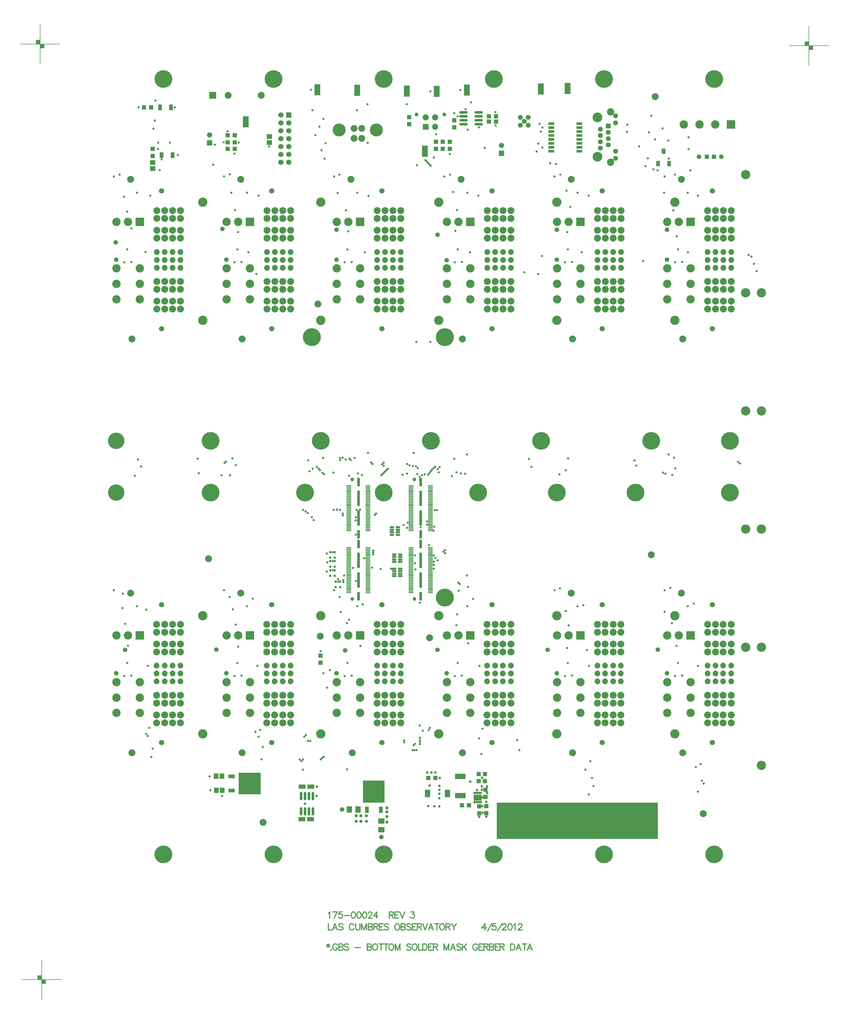
<source format=gbs>
%FSLAX23Y23*%
%MOIN*%
G70*
G01*
G75*
G04 Layer_Color=16711935*
%ADD10R,0.035X0.037*%
%ADD11R,0.035X0.037*%
%ADD12O,0.079X0.024*%
%ADD13R,0.036X0.028*%
%ADD14R,0.036X0.036*%
%ADD15R,0.050X0.050*%
%ADD16O,0.028X0.098*%
%ADD17R,0.126X0.071*%
%ADD18R,0.050X0.050*%
%ADD19C,0.010*%
%ADD20C,0.050*%
%ADD21C,0.008*%
%ADD22C,0.005*%
%ADD23C,0.012*%
%ADD24C,0.006*%
%ADD25C,0.012*%
%ADD26C,0.012*%
%ADD27C,0.020*%
%ADD28R,0.079X0.079*%
%ADD29C,0.079*%
%ADD30C,0.157*%
%ADD31C,0.039*%
%ADD32C,0.220*%
%ADD33C,0.085*%
%ADD34C,0.055*%
%ADD35C,0.116*%
%ADD36R,0.055X0.055*%
%ADD37R,0.098X0.098*%
%ADD38C,0.098*%
%ADD39C,0.059*%
%ADD40C,0.080*%
%ADD41C,0.065*%
%ADD42C,0.055*%
%ADD43R,0.098X0.098*%
%ADD44R,0.059X0.059*%
%ADD45R,0.070X0.070*%
%ADD46C,0.070*%
%ADD47C,0.040*%
%ADD48C,0.110*%
%ADD49C,0.217*%
%ADD50C,0.200*%
%ADD51C,0.026*%
%ADD52C,0.050*%
%ADD53C,0.024*%
%ADD54C,0.032*%
%ADD55C,0.025*%
%ADD56C,0.040*%
%ADD57C,0.087*%
%ADD58C,0.076*%
%ADD59C,0.131*%
%ADD60C,0.080*%
%ADD61C,0.206*%
%ADD62C,0.102*%
%ADD63C,0.075*%
%ADD64C,0.168*%
%ADD65C,0.091*%
%ADD66C,0.138*%
%ADD67C,0.092*%
G04:AMPARAMS|DCode=68|XSize=100mil|YSize=100mil|CornerRadius=0mil|HoleSize=0mil|Usage=FLASHONLY|Rotation=0.000|XOffset=0mil|YOffset=0mil|HoleType=Round|Shape=Relief|Width=10mil|Gap=10mil|Entries=4|*
%AMTHD68*
7,0,0,0.100,0.080,0.010,45*
%
%ADD68THD68*%
%ADD69C,0.073*%
%ADD70C,0.099*%
%ADD71C,0.075*%
%ADD72C,0.168*%
G04:AMPARAMS|DCode=73|XSize=70mil|YSize=70mil|CornerRadius=0mil|HoleSize=0mil|Usage=FLASHONLY|Rotation=0.000|XOffset=0mil|YOffset=0mil|HoleType=Round|Shape=Relief|Width=10mil|Gap=10mil|Entries=4|*
%AMTHD73*
7,0,0,0.070,0.050,0.010,45*
%
%ADD73THD73*%
%ADD74C,0.053*%
%ADD75C,0.068*%
%ADD76C,0.060*%
G04:AMPARAMS|DCode=77|XSize=107.244mil|YSize=107.244mil|CornerRadius=0mil|HoleSize=0mil|Usage=FLASHONLY|Rotation=0.000|XOffset=0mil|YOffset=0mil|HoleType=Round|Shape=Relief|Width=30mil|Gap=10mil|Entries=4|*
%AMTHD77*
7,0,0,0.107,0.087,0.030,45*
%
%ADD77THD77*%
G04:AMPARAMS|DCode=78|XSize=111.181mil|YSize=111.181mil|CornerRadius=0mil|HoleSize=0mil|Usage=FLASHONLY|Rotation=0.000|XOffset=0mil|YOffset=0mil|HoleType=Round|Shape=Relief|Width=30mil|Gap=10mil|Entries=4|*
%AMTHD78*
7,0,0,0.111,0.091,0.030,45*
%
%ADD78THD78*%
G04:AMPARAMS|DCode=79|XSize=112mil|YSize=112mil|CornerRadius=0mil|HoleSize=0mil|Usage=FLASHONLY|Rotation=0.000|XOffset=0mil|YOffset=0mil|HoleType=Round|Shape=Relief|Width=30mil|Gap=10mil|Entries=4|*
%AMTHD79*
7,0,0,0.112,0.092,0.030,45*
%
%ADD79THD79*%
G04:AMPARAMS|DCode=80|XSize=119.055mil|YSize=119.055mil|CornerRadius=0mil|HoleSize=0mil|Usage=FLASHONLY|Rotation=0.000|XOffset=0mil|YOffset=0mil|HoleType=Round|Shape=Relief|Width=30mil|Gap=10mil|Entries=4|*
%AMTHD80*
7,0,0,0.119,0.099,0.030,45*
%
%ADD80THD80*%
G04:AMPARAMS|DCode=81|XSize=100mil|YSize=100mil|CornerRadius=0mil|HoleSize=0mil|Usage=FLASHONLY|Rotation=0.000|XOffset=0mil|YOffset=0mil|HoleType=Round|Shape=Relief|Width=30mil|Gap=10mil|Entries=4|*
%AMTHD81*
7,0,0,0.100,0.080,0.030,45*
%
%ADD81THD81*%
G04:AMPARAMS|DCode=82|XSize=130mil|YSize=130mil|CornerRadius=0mil|HoleSize=0mil|Usage=FLASHONLY|Rotation=0.000|XOffset=0mil|YOffset=0mil|HoleType=Round|Shape=Relief|Width=30mil|Gap=10mil|Entries=4|*
%AMTHD82*
7,0,0,0.130,0.110,0.030,45*
%
%ADD82THD82*%
G04:AMPARAMS|DCode=83|XSize=88mil|YSize=88mil|CornerRadius=0mil|HoleSize=0mil|Usage=FLASHONLY|Rotation=0.000|XOffset=0mil|YOffset=0mil|HoleType=Round|Shape=Relief|Width=30mil|Gap=10mil|Entries=4|*
%AMTHD83*
7,0,0,0.088,0.068,0.030,45*
%
%ADD83THD83*%
G04:AMPARAMS|DCode=84|XSize=70mil|YSize=70mil|CornerRadius=0mil|HoleSize=0mil|Usage=FLASHONLY|Rotation=0.000|XOffset=0mil|YOffset=0mil|HoleType=Round|Shape=Relief|Width=30mil|Gap=10mil|Entries=4|*
%AMTHD84*
7,0,0,0.070,0.050,0.030,45*
%
%ADD84THD84*%
G04:AMPARAMS|DCode=85|XSize=80mil|YSize=80mil|CornerRadius=0mil|HoleSize=0mil|Usage=FLASHONLY|Rotation=0.000|XOffset=0mil|YOffset=0mil|HoleType=Round|Shape=Relief|Width=30mil|Gap=10mil|Entries=4|*
%AMTHD85*
7,0,0,0.080,0.060,0.030,45*
%
%ADD85THD85*%
G04:AMPARAMS|DCode=86|XSize=80mil|YSize=80mil|CornerRadius=0mil|HoleSize=0mil|Usage=FLASHONLY|Rotation=0.000|XOffset=0mil|YOffset=0mil|HoleType=Round|Shape=Relief|Width=10mil|Gap=10mil|Entries=4|*
%AMTHD86*
7,0,0,0.080,0.060,0.010,45*
%
%ADD86THD86*%
G04:AMPARAMS|DCode=87|XSize=96.221mil|YSize=96.221mil|CornerRadius=0mil|HoleSize=0mil|Usage=FLASHONLY|Rotation=0.000|XOffset=0mil|YOffset=0mil|HoleType=Round|Shape=Relief|Width=10mil|Gap=10mil|Entries=4|*
%AMTHD87*
7,0,0,0.096,0.076,0.010,45*
%
%ADD87THD87*%
G04:AMPARAMS|DCode=88|XSize=150.551mil|YSize=150.551mil|CornerRadius=0mil|HoleSize=0mil|Usage=FLASHONLY|Rotation=0.000|XOffset=0mil|YOffset=0mil|HoleType=Round|Shape=Relief|Width=10mil|Gap=10mil|Entries=4|*
%AMTHD88*
7,0,0,0.151,0.131,0.010,45*
%
%ADD88THD88*%
G04:AMPARAMS|DCode=89|XSize=122mil|YSize=122mil|CornerRadius=0mil|HoleSize=0mil|Usage=FLASHONLY|Rotation=0.000|XOffset=0mil|YOffset=0mil|HoleType=Round|Shape=Relief|Width=10mil|Gap=10mil|Entries=4|*
%AMTHD89*
7,0,0,0.122,0.102,0.010,45*
%
%ADD89THD89*%
G04:AMPARAMS|DCode=90|XSize=95mil|YSize=95mil|CornerRadius=0mil|HoleSize=0mil|Usage=FLASHONLY|Rotation=0.000|XOffset=0mil|YOffset=0mil|HoleType=Round|Shape=Relief|Width=10mil|Gap=10mil|Entries=4|*
%AMTHD90*
7,0,0,0.095,0.075,0.010,45*
%
%ADD90THD90*%
G04:AMPARAMS|DCode=91|XSize=112mil|YSize=112mil|CornerRadius=0mil|HoleSize=0mil|Usage=FLASHONLY|Rotation=0.000|XOffset=0mil|YOffset=0mil|HoleType=Round|Shape=Relief|Width=10mil|Gap=10mil|Entries=4|*
%AMTHD91*
7,0,0,0.112,0.092,0.010,45*
%
%ADD91THD91*%
G04:AMPARAMS|DCode=92|XSize=93.465mil|YSize=93.465mil|CornerRadius=0mil|HoleSize=0mil|Usage=FLASHONLY|Rotation=0.000|XOffset=0mil|YOffset=0mil|HoleType=Round|Shape=Relief|Width=10mil|Gap=10mil|Entries=4|*
%AMTHD92*
7,0,0,0.093,0.073,0.010,45*
%
%ADD92THD92*%
G04:AMPARAMS|DCode=93|XSize=95.433mil|YSize=95.433mil|CornerRadius=0mil|HoleSize=0mil|Usage=FLASHONLY|Rotation=0.000|XOffset=0mil|YOffset=0mil|HoleType=Round|Shape=Relief|Width=10mil|Gap=10mil|Entries=4|*
%AMTHD93*
7,0,0,0.095,0.075,0.010,45*
%
%ADD93THD93*%
G04:AMPARAMS|DCode=94|XSize=72.992mil|YSize=72.992mil|CornerRadius=0mil|HoleSize=0mil|Usage=FLASHONLY|Rotation=0.000|XOffset=0mil|YOffset=0mil|HoleType=Round|Shape=Relief|Width=10mil|Gap=10mil|Entries=4|*
%AMTHD94*
7,0,0,0.073,0.053,0.010,45*
%
%ADD94THD94*%
G04:AMPARAMS|DCode=95|XSize=88mil|YSize=88mil|CornerRadius=0mil|HoleSize=0mil|Usage=FLASHONLY|Rotation=0.000|XOffset=0mil|YOffset=0mil|HoleType=Round|Shape=Relief|Width=10mil|Gap=10mil|Entries=4|*
%AMTHD95*
7,0,0,0.088,0.068,0.010,45*
%
%ADD95THD95*%
G04:AMPARAMS|DCode=96|XSize=85mil|YSize=85mil|CornerRadius=0mil|HoleSize=0mil|Usage=FLASHONLY|Rotation=0.000|XOffset=0mil|YOffset=0mil|HoleType=Round|Shape=Relief|Width=10mil|Gap=10mil|Entries=4|*
%AMTHD96*
7,0,0,0.085,0.065,0.010,45*
%
%ADD96THD96*%
%ADD97R,0.037X0.075*%
%ADD98R,0.268X0.272*%
%ADD99R,0.272X0.268*%
%ADD100R,0.075X0.037*%
%ADD101R,0.025X0.100*%
%ADD102R,0.057X0.012*%
%ADD103R,0.025X0.185*%
%ADD104R,0.020X0.020*%
%ADD105R,0.016X0.020*%
%ADD106R,0.070X0.135*%
%ADD107R,0.078X0.048*%
%ADD108R,0.075X0.063*%
%ADD109R,0.045X0.017*%
%ADD110R,0.059X0.087*%
%ADD111R,0.126X0.060*%
%ADD112O,0.010X0.024*%
%ADD113R,0.094X0.065*%
%ADD114R,0.039X0.059*%
%ADD115R,0.040X0.067*%
%ADD116R,0.059X0.051*%
%ADD117R,0.070X0.025*%
%ADD118O,0.098X0.028*%
%ADD119R,0.051X0.059*%
%ADD120R,0.063X0.075*%
%ADD121C,0.020*%
%ADD122C,0.030*%
%ADD123C,0.010*%
%ADD124C,0.010*%
%ADD125C,0.008*%
%ADD126C,0.007*%
%ADD127R,0.384X0.322*%
%ADD128R,0.043X0.045*%
%ADD129R,0.043X0.045*%
%ADD130O,0.087X0.032*%
%ADD131R,0.044X0.036*%
%ADD132R,0.044X0.044*%
%ADD133R,0.058X0.058*%
%ADD134O,0.036X0.106*%
%ADD135R,0.134X0.079*%
%ADD136R,0.058X0.058*%
%ADD137C,0.028*%
%ADD138R,0.087X0.087*%
%ADD139C,0.087*%
%ADD140C,0.165*%
%ADD141C,0.047*%
%ADD142C,0.228*%
%ADD143C,0.093*%
%ADD144C,0.063*%
%ADD145C,0.124*%
%ADD146R,0.063X0.063*%
%ADD147R,0.106X0.106*%
%ADD148C,0.106*%
%ADD149C,0.067*%
%ADD150C,0.088*%
%ADD151C,0.073*%
%ADD152C,0.063*%
%ADD153R,0.106X0.106*%
%ADD154R,0.067X0.067*%
%ADD155R,0.078X0.078*%
%ADD156C,0.078*%
%ADD157C,0.048*%
%ADD158C,0.118*%
%ADD159C,0.225*%
%ADD160C,0.208*%
%ADD161C,0.058*%
%ADD162R,2.051X0.460*%
%ADD163R,0.045X0.083*%
%ADD164R,0.276X0.280*%
%ADD165R,0.280X0.276*%
%ADD166R,0.083X0.045*%
%ADD167R,0.033X0.108*%
%ADD168R,0.061X0.016*%
%ADD169R,0.033X0.193*%
%ADD170R,0.028X0.028*%
%ADD171R,0.024X0.028*%
%ADD172R,0.078X0.143*%
%ADD173R,0.086X0.056*%
%ADD174R,0.083X0.071*%
%ADD175R,0.053X0.025*%
%ADD176R,0.067X0.095*%
%ADD177R,0.134X0.068*%
%ADD178O,0.018X0.032*%
%ADD179R,0.102X0.073*%
%ADD180R,0.047X0.067*%
%ADD181R,0.048X0.075*%
%ADD182R,0.067X0.059*%
%ADD183R,0.078X0.033*%
%ADD184O,0.106X0.036*%
%ADD185R,0.059X0.067*%
%ADD186R,0.071X0.083*%
%ADD187C,0.034*%
D21*
X28515Y16484D02*
X28525D01*
Y16479D02*
Y16489D01*
X28515D02*
X28525D01*
X28515Y16479D02*
Y16489D01*
Y16479D02*
X28525D01*
X28530D02*
Y16494D01*
X28510D02*
X28530D01*
X28510Y16474D02*
Y16494D01*
Y16474D02*
X28530D01*
X28535D02*
Y16499D01*
X28505D02*
X28535D01*
X28505Y16469D02*
Y16499D01*
Y16469D02*
X28535D01*
X28540Y16464D02*
Y16504D01*
X28500D02*
X28540D01*
X28500Y16464D02*
Y16504D01*
Y16464D02*
X28540D01*
X28465Y16534D02*
X28475D01*
Y16529D02*
Y16539D01*
X28465D02*
X28475D01*
X28465Y16529D02*
Y16539D01*
Y16529D02*
X28475D01*
X28480D02*
Y16544D01*
X28460D02*
X28480D01*
X28460Y16524D02*
Y16544D01*
Y16524D02*
X28480D01*
X28485D02*
Y16549D01*
X28455D02*
X28485D01*
X28455Y16519D02*
Y16549D01*
Y16519D02*
X28485D01*
X28490Y16514D02*
Y16554D01*
X28450D02*
X28490D01*
X28450Y16514D02*
Y16554D01*
Y16514D02*
X28490D01*
X28445Y16559D02*
X28495D01*
X28445Y16509D02*
Y16559D01*
X28495Y16459D02*
X28545D01*
Y16509D01*
X28495Y16259D02*
Y16759D01*
X28245Y16509D02*
X28745D01*
X28495Y28359D02*
X28505D01*
Y28354D02*
Y28364D01*
X28495D02*
X28505D01*
X28495Y28354D02*
Y28364D01*
Y28354D02*
X28505D01*
X28510D02*
Y28369D01*
X28490D02*
X28510D01*
X28490Y28349D02*
Y28369D01*
Y28349D02*
X28510D01*
X28515D02*
Y28374D01*
X28485D02*
X28515D01*
X28485Y28344D02*
Y28374D01*
Y28344D02*
X28515D01*
X28520Y28339D02*
Y28379D01*
X28480D02*
X28520D01*
X28480Y28339D02*
Y28379D01*
Y28339D02*
X28520D01*
X28445Y28409D02*
X28455D01*
Y28404D02*
Y28414D01*
X28445D02*
X28455D01*
X28445Y28404D02*
Y28414D01*
Y28404D02*
X28455D01*
X28460D02*
Y28419D01*
X28440D02*
X28460D01*
X28440Y28399D02*
Y28419D01*
Y28399D02*
X28460D01*
X28465D02*
Y28424D01*
X28435D02*
X28465D01*
X28435Y28394D02*
Y28424D01*
Y28394D02*
X28465D01*
X28470Y28389D02*
Y28429D01*
X28430D02*
X28470D01*
X28430Y28389D02*
Y28429D01*
Y28389D02*
X28470D01*
X28425Y28434D02*
X28475D01*
X28425Y28384D02*
Y28434D01*
X28475Y28334D02*
X28525D01*
Y28384D01*
X28475Y28134D02*
Y28634D01*
X28225Y28384D02*
X28725D01*
X38265Y28339D02*
X38275D01*
Y28334D02*
Y28344D01*
X38265D02*
X38275D01*
X38265Y28334D02*
Y28344D01*
Y28334D02*
X38275D01*
X38280D02*
Y28349D01*
X38260D02*
X38280D01*
X38260Y28329D02*
Y28349D01*
Y28329D02*
X38280D01*
X38285D02*
Y28354D01*
X38255D02*
X38285D01*
X38255Y28324D02*
Y28354D01*
Y28324D02*
X38285D01*
X38290Y28319D02*
Y28359D01*
X38250D02*
X38290D01*
X38250Y28319D02*
Y28359D01*
Y28319D02*
X38290D01*
X38215Y28389D02*
X38225D01*
Y28384D02*
Y28394D01*
X38215D02*
X38225D01*
X38215Y28384D02*
Y28394D01*
Y28384D02*
X38225D01*
X38230D02*
Y28399D01*
X38210D02*
X38230D01*
X38210Y28379D02*
Y28399D01*
Y28379D02*
X38230D01*
X38235D02*
Y28404D01*
X38205D02*
X38235D01*
X38205Y28374D02*
Y28404D01*
Y28374D02*
X38235D01*
X38240Y28369D02*
Y28409D01*
X38200D02*
X38240D01*
X38200Y28369D02*
Y28409D01*
Y28369D02*
X38240D01*
X38195Y28414D02*
X38245D01*
X38195Y28364D02*
Y28414D01*
X38245Y28314D02*
X38295D01*
Y28364D01*
X38245Y28114D02*
Y28614D01*
X37995Y28364D02*
X38495D01*
D23*
X32136Y17353D02*
X32144Y17357D01*
X32155Y17369D01*
Y17289D01*
X32248Y17369D02*
X32210Y17289D01*
X32195Y17369D02*
X32248D01*
X32312D02*
X32274D01*
X32270Y17334D01*
X32274Y17338D01*
X32285Y17342D01*
X32296D01*
X32308Y17338D01*
X32315Y17330D01*
X32319Y17319D01*
Y17311D01*
X32315Y17300D01*
X32308Y17292D01*
X32296Y17289D01*
X32285D01*
X32274Y17292D01*
X32270Y17296D01*
X32266Y17304D01*
X32337Y17323D02*
X32406D01*
X32452Y17369D02*
X32441Y17365D01*
X32433Y17353D01*
X32429Y17334D01*
Y17323D01*
X32433Y17304D01*
X32441Y17292D01*
X32452Y17289D01*
X32460D01*
X32471Y17292D01*
X32479Y17304D01*
X32483Y17323D01*
Y17334D01*
X32479Y17353D01*
X32471Y17365D01*
X32460Y17369D01*
X32452D01*
X32523D02*
X32512Y17365D01*
X32504Y17353D01*
X32501Y17334D01*
Y17323D01*
X32504Y17304D01*
X32512Y17292D01*
X32523Y17289D01*
X32531D01*
X32542Y17292D01*
X32550Y17304D01*
X32554Y17323D01*
Y17334D01*
X32550Y17353D01*
X32542Y17365D01*
X32531Y17369D01*
X32523D01*
X32595D02*
X32583Y17365D01*
X32576Y17353D01*
X32572Y17334D01*
Y17323D01*
X32576Y17304D01*
X32583Y17292D01*
X32595Y17289D01*
X32602D01*
X32614Y17292D01*
X32621Y17304D01*
X32625Y17323D01*
Y17334D01*
X32621Y17353D01*
X32614Y17365D01*
X32602Y17369D01*
X32595D01*
X32647Y17350D02*
Y17353D01*
X32651Y17361D01*
X32654Y17365D01*
X32662Y17369D01*
X32677D01*
X32685Y17365D01*
X32689Y17361D01*
X32692Y17353D01*
Y17346D01*
X32689Y17338D01*
X32681Y17327D01*
X32643Y17289D01*
X32696D01*
X32752Y17369D02*
X32714Y17315D01*
X32771D01*
X32752Y17369D02*
Y17289D01*
X32911Y17369D02*
Y17289D01*
Y17369D02*
X32945D01*
X32957Y17365D01*
X32961Y17361D01*
X32964Y17353D01*
Y17346D01*
X32961Y17338D01*
X32957Y17334D01*
X32945Y17330D01*
X32911D01*
X32938D02*
X32964Y17289D01*
X33032Y17369D02*
X32982D01*
Y17289D01*
X33032D01*
X32982Y17330D02*
X33013D01*
X33045Y17369D02*
X33076Y17289D01*
X33106Y17369D02*
X33076Y17289D01*
X33187Y17369D02*
X33229D01*
X33206Y17338D01*
X33217D01*
X33225Y17334D01*
X33229Y17330D01*
X33233Y17319D01*
Y17311D01*
X33229Y17300D01*
X33221Y17292D01*
X33210Y17289D01*
X33198D01*
X33187Y17292D01*
X33183Y17296D01*
X33179Y17304D01*
D25*
X32134Y16963D02*
Y16917D01*
X32115Y16952D02*
X32153Y16929D01*
Y16952D02*
X32115Y16929D01*
X32173Y16891D02*
X32169Y16887D01*
X32173Y16883D01*
X32177Y16887D01*
X32173Y16891D01*
X32252Y16944D02*
X32248Y16952D01*
X32240Y16959D01*
X32233Y16963D01*
X32217D01*
X32210Y16959D01*
X32202Y16952D01*
X32198Y16944D01*
X32195Y16933D01*
Y16913D01*
X32198Y16902D01*
X32202Y16894D01*
X32210Y16887D01*
X32217Y16883D01*
X32233D01*
X32240Y16887D01*
X32248Y16894D01*
X32252Y16902D01*
Y16913D01*
X32233D02*
X32252D01*
X32270Y16963D02*
Y16883D01*
Y16963D02*
X32304D01*
X32316Y16959D01*
X32320Y16955D01*
X32323Y16948D01*
Y16940D01*
X32320Y16933D01*
X32316Y16929D01*
X32304Y16925D01*
X32270D02*
X32304D01*
X32316Y16921D01*
X32320Y16917D01*
X32323Y16910D01*
Y16898D01*
X32320Y16891D01*
X32316Y16887D01*
X32304Y16883D01*
X32270D01*
X32395Y16952D02*
X32387Y16959D01*
X32376Y16963D01*
X32360D01*
X32349Y16959D01*
X32341Y16952D01*
Y16944D01*
X32345Y16936D01*
X32349Y16933D01*
X32356Y16929D01*
X32379Y16921D01*
X32387Y16917D01*
X32391Y16913D01*
X32395Y16906D01*
Y16894D01*
X32387Y16887D01*
X32376Y16883D01*
X32360D01*
X32349Y16887D01*
X32341Y16894D01*
X32475Y16917D02*
X32544D01*
X32630Y16963D02*
Y16883D01*
Y16963D02*
X32665D01*
X32676Y16959D01*
X32680Y16955D01*
X32684Y16948D01*
Y16940D01*
X32680Y16933D01*
X32676Y16929D01*
X32665Y16925D01*
X32630D02*
X32665D01*
X32676Y16921D01*
X32680Y16917D01*
X32684Y16910D01*
Y16898D01*
X32680Y16891D01*
X32676Y16887D01*
X32665Y16883D01*
X32630D01*
X32724Y16963D02*
X32717Y16959D01*
X32709Y16952D01*
X32705Y16944D01*
X32702Y16933D01*
Y16913D01*
X32705Y16902D01*
X32709Y16894D01*
X32717Y16887D01*
X32724Y16883D01*
X32740D01*
X32747Y16887D01*
X32755Y16894D01*
X32759Y16902D01*
X32762Y16913D01*
Y16933D01*
X32759Y16944D01*
X32755Y16952D01*
X32747Y16959D01*
X32740Y16963D01*
X32724D01*
X32808D02*
Y16883D01*
X32781Y16963D02*
X32834D01*
X32871D02*
Y16883D01*
X32844Y16963D02*
X32897D01*
X32930D02*
X32922Y16959D01*
X32914Y16952D01*
X32911Y16944D01*
X32907Y16933D01*
Y16913D01*
X32911Y16902D01*
X32914Y16894D01*
X32922Y16887D01*
X32930Y16883D01*
X32945D01*
X32953Y16887D01*
X32960Y16894D01*
X32964Y16902D01*
X32968Y16913D01*
Y16933D01*
X32964Y16944D01*
X32960Y16952D01*
X32953Y16959D01*
X32945Y16963D01*
X32930D01*
X32986D02*
Y16883D01*
Y16963D02*
X33017Y16883D01*
X33047Y16963D02*
X33017Y16883D01*
X33047Y16963D02*
Y16883D01*
X33186Y16952D02*
X33179Y16959D01*
X33167Y16963D01*
X33152D01*
X33141Y16959D01*
X33133Y16952D01*
Y16944D01*
X33137Y16936D01*
X33141Y16933D01*
X33148Y16929D01*
X33171Y16921D01*
X33179Y16917D01*
X33183Y16913D01*
X33186Y16906D01*
Y16894D01*
X33179Y16887D01*
X33167Y16883D01*
X33152D01*
X33141Y16887D01*
X33133Y16894D01*
X33227Y16963D02*
X33220Y16959D01*
X33212Y16952D01*
X33208Y16944D01*
X33204Y16933D01*
Y16913D01*
X33208Y16902D01*
X33212Y16894D01*
X33220Y16887D01*
X33227Y16883D01*
X33242D01*
X33250Y16887D01*
X33258Y16894D01*
X33261Y16902D01*
X33265Y16913D01*
Y16933D01*
X33261Y16944D01*
X33258Y16952D01*
X33250Y16959D01*
X33242Y16963D01*
X33227D01*
X33284D02*
Y16883D01*
X33330D01*
X33338Y16963D02*
Y16883D01*
Y16963D02*
X33365D01*
X33376Y16959D01*
X33384Y16952D01*
X33388Y16944D01*
X33392Y16933D01*
Y16913D01*
X33388Y16902D01*
X33384Y16894D01*
X33376Y16887D01*
X33365Y16883D01*
X33338D01*
X33459Y16963D02*
X33410D01*
Y16883D01*
X33459D01*
X33410Y16925D02*
X33440D01*
X33472Y16963D02*
Y16883D01*
Y16963D02*
X33507D01*
X33518Y16959D01*
X33522Y16955D01*
X33526Y16948D01*
Y16940D01*
X33522Y16933D01*
X33518Y16929D01*
X33507Y16925D01*
X33472D01*
X33499D02*
X33526Y16883D01*
X33606Y16963D02*
Y16883D01*
Y16963D02*
X33637Y16883D01*
X33667Y16963D02*
X33637Y16883D01*
X33667Y16963D02*
Y16883D01*
X33751D02*
X33721Y16963D01*
X33690Y16883D01*
X33702Y16910D02*
X33740D01*
X33823Y16952D02*
X33816Y16959D01*
X33804Y16963D01*
X33789D01*
X33778Y16959D01*
X33770Y16952D01*
Y16944D01*
X33774Y16936D01*
X33778Y16933D01*
X33785Y16929D01*
X33808Y16921D01*
X33816Y16917D01*
X33819Y16913D01*
X33823Y16906D01*
Y16894D01*
X33816Y16887D01*
X33804Y16883D01*
X33789D01*
X33778Y16887D01*
X33770Y16894D01*
X33841Y16963D02*
Y16883D01*
X33894Y16963D02*
X33841Y16910D01*
X33860Y16929D02*
X33894Y16883D01*
X34032Y16944D02*
X34028Y16952D01*
X34021Y16959D01*
X34013Y16963D01*
X33998D01*
X33990Y16959D01*
X33983Y16952D01*
X33979Y16944D01*
X33975Y16933D01*
Y16913D01*
X33979Y16902D01*
X33983Y16894D01*
X33990Y16887D01*
X33998Y16883D01*
X34013D01*
X34021Y16887D01*
X34028Y16894D01*
X34032Y16902D01*
Y16913D01*
X34013D02*
X34032D01*
X34100Y16963D02*
X34051D01*
Y16883D01*
X34100D01*
X34051Y16925D02*
X34081D01*
X34113Y16963D02*
Y16883D01*
Y16963D02*
X34148D01*
X34159Y16959D01*
X34163Y16955D01*
X34167Y16948D01*
Y16940D01*
X34163Y16933D01*
X34159Y16929D01*
X34148Y16925D01*
X34113D01*
X34140D02*
X34167Y16883D01*
X34185Y16963D02*
Y16883D01*
Y16963D02*
X34219D01*
X34230Y16959D01*
X34234Y16955D01*
X34238Y16948D01*
Y16940D01*
X34234Y16933D01*
X34230Y16929D01*
X34219Y16925D01*
X34185D02*
X34219D01*
X34230Y16921D01*
X34234Y16917D01*
X34238Y16910D01*
Y16898D01*
X34234Y16891D01*
X34230Y16887D01*
X34219Y16883D01*
X34185D01*
X34305Y16963D02*
X34256D01*
Y16883D01*
X34305D01*
X34256Y16925D02*
X34286D01*
X34319Y16963D02*
Y16883D01*
Y16963D02*
X34353D01*
X34364Y16959D01*
X34368Y16955D01*
X34372Y16948D01*
Y16940D01*
X34368Y16933D01*
X34364Y16929D01*
X34353Y16925D01*
X34319D01*
X34345D02*
X34372Y16883D01*
X34453Y16963D02*
Y16883D01*
Y16963D02*
X34479D01*
X34491Y16959D01*
X34498Y16952D01*
X34502Y16944D01*
X34506Y16933D01*
Y16913D01*
X34502Y16902D01*
X34498Y16894D01*
X34491Y16887D01*
X34479Y16883D01*
X34453D01*
X34585D02*
X34554Y16963D01*
X34524Y16883D01*
X34535Y16910D02*
X34574D01*
X34630Y16963D02*
Y16883D01*
X34604Y16963D02*
X34657D01*
X34727Y16883D02*
X34697Y16963D01*
X34666Y16883D01*
X34678Y16910D02*
X34716D01*
D26*
X32136Y17219D02*
Y17139D01*
X32182D01*
X32251D02*
X32221Y17219D01*
X32190Y17139D01*
X32202Y17165D02*
X32240D01*
X32323Y17207D02*
X32316Y17215D01*
X32304Y17219D01*
X32289D01*
X32278Y17215D01*
X32270Y17207D01*
Y17200D01*
X32274Y17192D01*
X32278Y17188D01*
X32285Y17184D01*
X32308Y17177D01*
X32316Y17173D01*
X32320Y17169D01*
X32323Y17161D01*
Y17150D01*
X32316Y17142D01*
X32304Y17139D01*
X32289D01*
X32278Y17142D01*
X32270Y17150D01*
X32461Y17200D02*
X32457Y17207D01*
X32450Y17215D01*
X32442Y17219D01*
X32427D01*
X32419Y17215D01*
X32412Y17207D01*
X32408Y17200D01*
X32404Y17188D01*
Y17169D01*
X32408Y17158D01*
X32412Y17150D01*
X32419Y17142D01*
X32427Y17139D01*
X32442D01*
X32450Y17142D01*
X32457Y17150D01*
X32461Y17158D01*
X32484Y17219D02*
Y17161D01*
X32488Y17150D01*
X32495Y17142D01*
X32507Y17139D01*
X32514D01*
X32526Y17142D01*
X32533Y17150D01*
X32537Y17161D01*
Y17219D01*
X32559D02*
Y17139D01*
Y17219D02*
X32590Y17139D01*
X32620Y17219D02*
X32590Y17139D01*
X32620Y17219D02*
Y17139D01*
X32643Y17219D02*
Y17139D01*
Y17219D02*
X32677D01*
X32689Y17215D01*
X32692Y17211D01*
X32696Y17203D01*
Y17196D01*
X32692Y17188D01*
X32689Y17184D01*
X32677Y17180D01*
X32643D02*
X32677D01*
X32689Y17177D01*
X32692Y17173D01*
X32696Y17165D01*
Y17154D01*
X32692Y17146D01*
X32689Y17142D01*
X32677Y17139D01*
X32643D01*
X32714Y17219D02*
Y17139D01*
Y17219D02*
X32748D01*
X32760Y17215D01*
X32764Y17211D01*
X32768Y17203D01*
Y17196D01*
X32764Y17188D01*
X32760Y17184D01*
X32748Y17180D01*
X32714D01*
X32741D02*
X32768Y17139D01*
X32835Y17219D02*
X32785D01*
Y17139D01*
X32835D01*
X32785Y17180D02*
X32816D01*
X32902Y17207D02*
X32894Y17215D01*
X32883Y17219D01*
X32867D01*
X32856Y17215D01*
X32848Y17207D01*
Y17200D01*
X32852Y17192D01*
X32856Y17188D01*
X32863Y17184D01*
X32886Y17177D01*
X32894Y17173D01*
X32898Y17169D01*
X32902Y17161D01*
Y17150D01*
X32894Y17142D01*
X32883Y17139D01*
X32867D01*
X32856Y17142D01*
X32848Y17150D01*
X33005Y17219D02*
X32998Y17215D01*
X32990Y17207D01*
X32986Y17200D01*
X32982Y17188D01*
Y17169D01*
X32986Y17158D01*
X32990Y17150D01*
X32998Y17142D01*
X33005Y17139D01*
X33020D01*
X33028Y17142D01*
X33036Y17150D01*
X33039Y17158D01*
X33043Y17169D01*
Y17188D01*
X33039Y17200D01*
X33036Y17207D01*
X33028Y17215D01*
X33020Y17219D01*
X33005D01*
X33062D02*
Y17139D01*
Y17219D02*
X33096D01*
X33108Y17215D01*
X33111Y17211D01*
X33115Y17203D01*
Y17196D01*
X33111Y17188D01*
X33108Y17184D01*
X33096Y17180D01*
X33062D02*
X33096D01*
X33108Y17177D01*
X33111Y17173D01*
X33115Y17165D01*
Y17154D01*
X33111Y17146D01*
X33108Y17142D01*
X33096Y17139D01*
X33062D01*
X33186Y17207D02*
X33179Y17215D01*
X33167Y17219D01*
X33152D01*
X33141Y17215D01*
X33133Y17207D01*
Y17200D01*
X33137Y17192D01*
X33141Y17188D01*
X33148Y17184D01*
X33171Y17177D01*
X33179Y17173D01*
X33183Y17169D01*
X33186Y17161D01*
Y17150D01*
X33179Y17142D01*
X33167Y17139D01*
X33152D01*
X33141Y17142D01*
X33133Y17150D01*
X33254Y17219D02*
X33204D01*
Y17139D01*
X33254D01*
X33204Y17180D02*
X33235D01*
X33267Y17219D02*
Y17139D01*
Y17219D02*
X33301D01*
X33313Y17215D01*
X33317Y17211D01*
X33321Y17203D01*
Y17196D01*
X33317Y17188D01*
X33313Y17184D01*
X33301Y17180D01*
X33267D01*
X33294D02*
X33321Y17139D01*
X33338Y17219D02*
X33369Y17139D01*
X33399Y17219D02*
X33369Y17139D01*
X33471D02*
X33440Y17219D01*
X33410Y17139D01*
X33421Y17165D02*
X33459D01*
X33516Y17219D02*
Y17139D01*
X33489Y17219D02*
X33543D01*
X33575D02*
X33567Y17215D01*
X33560Y17207D01*
X33556Y17200D01*
X33552Y17188D01*
Y17169D01*
X33556Y17158D01*
X33560Y17150D01*
X33567Y17142D01*
X33575Y17139D01*
X33590D01*
X33598Y17142D01*
X33605Y17150D01*
X33609Y17158D01*
X33613Y17169D01*
Y17188D01*
X33609Y17200D01*
X33605Y17207D01*
X33598Y17215D01*
X33590Y17219D01*
X33575D01*
X33632D02*
Y17139D01*
Y17219D02*
X33666D01*
X33677Y17215D01*
X33681Y17211D01*
X33685Y17203D01*
Y17196D01*
X33681Y17188D01*
X33677Y17184D01*
X33666Y17180D01*
X33632D01*
X33658D02*
X33685Y17139D01*
X33703Y17219D02*
X33733Y17180D01*
Y17139D01*
X33764Y17219D02*
X33733Y17180D01*
X34126Y17219D02*
X34088Y17165D01*
X34146D01*
X34126Y17219D02*
Y17139D01*
X34160Y17127D02*
X34213Y17219D01*
X34264D02*
X34226D01*
X34222Y17184D01*
X34226Y17188D01*
X34237Y17192D01*
X34249D01*
X34260Y17188D01*
X34268Y17180D01*
X34272Y17169D01*
Y17161D01*
X34268Y17150D01*
X34260Y17142D01*
X34249Y17139D01*
X34237D01*
X34226Y17142D01*
X34222Y17146D01*
X34218Y17154D01*
X34289Y17127D02*
X34343Y17219D01*
X34352Y17200D02*
Y17203D01*
X34356Y17211D01*
X34360Y17215D01*
X34367Y17219D01*
X34382D01*
X34390Y17215D01*
X34394Y17211D01*
X34398Y17203D01*
Y17196D01*
X34394Y17188D01*
X34386Y17177D01*
X34348Y17139D01*
X34401D01*
X34442Y17219D02*
X34431Y17215D01*
X34423Y17203D01*
X34419Y17184D01*
Y17173D01*
X34423Y17154D01*
X34431Y17142D01*
X34442Y17139D01*
X34450D01*
X34461Y17142D01*
X34469Y17154D01*
X34473Y17173D01*
Y17184D01*
X34469Y17203D01*
X34461Y17215D01*
X34450Y17219D01*
X34442D01*
X34491Y17203D02*
X34498Y17207D01*
X34510Y17219D01*
Y17139D01*
X34553Y17200D02*
Y17203D01*
X34557Y17211D01*
X34561Y17215D01*
X34568Y17219D01*
X34584D01*
X34591Y17215D01*
X34595Y17211D01*
X34599Y17203D01*
Y17196D01*
X34595Y17188D01*
X34587Y17177D01*
X34549Y17139D01*
X34603D01*
D47*
X32880Y18509D02*
D03*
Y18579D02*
D03*
Y18639D02*
D03*
Y18689D02*
D03*
X32620Y18589D02*
D03*
X32550D02*
D03*
X32490D02*
D03*
Y18519D02*
D03*
X32550D02*
D03*
X32620D02*
D03*
D54*
X34154Y18963D02*
D03*
Y18878D02*
D03*
X34089Y18963D02*
D03*
Y18918D02*
D03*
X34099Y18823D02*
D03*
X33499Y19138D02*
D03*
X33554Y19068D02*
D03*
X33549Y18968D02*
D03*
Y18918D02*
D03*
Y18868D02*
D03*
Y18813D02*
D03*
Y18708D02*
D03*
X33484D02*
D03*
X33409Y18713D02*
D03*
X33424Y18973D02*
D03*
X33449Y19138D02*
D03*
X33394D02*
D03*
X34026Y18917D02*
D03*
X33942Y19021D02*
D03*
X34093Y18711D02*
D03*
X34054Y18575D02*
D03*
X34097Y18624D02*
D03*
X34144Y18579D02*
D03*
X34143Y18765D02*
D03*
X34090Y19071D02*
D03*
X31840Y18742D02*
D03*
X31992Y18959D02*
D03*
X31989Y18841D02*
D03*
D133*
X33164Y27458D02*
D03*
Y27368D02*
D03*
X33738Y27420D02*
D03*
Y27330D02*
D03*
X33590Y27144D02*
D03*
Y27054D02*
D03*
X33680D02*
D03*
Y27144D02*
D03*
X33505Y27054D02*
D03*
Y27144D02*
D03*
X34134Y18828D02*
D03*
Y18918D02*
D03*
X34144Y18623D02*
D03*
Y18713D02*
D03*
X34054Y18708D02*
D03*
Y18618D02*
D03*
X34129Y19118D02*
D03*
Y19028D02*
D03*
X34049Y19118D02*
D03*
Y19028D02*
D03*
X29905Y27054D02*
D03*
Y26964D02*
D03*
X32037Y20533D02*
D03*
Y20623D02*
D03*
D134*
X31790Y18840D02*
D03*
X31840D02*
D03*
X31890D02*
D03*
X31940D02*
D03*
X31790Y18647D02*
D03*
X31840D02*
D03*
X31890D02*
D03*
X31940D02*
D03*
D136*
X34176Y27403D02*
D03*
X34266D02*
D03*
X34267Y27468D02*
D03*
X34177D02*
D03*
X30856Y27140D02*
D03*
X30946D02*
D03*
Y27055D02*
D03*
X30856D02*
D03*
X30946Y27230D02*
D03*
X30856D02*
D03*
X33499Y19068D02*
D03*
X33409D02*
D03*
X33834Y18723D02*
D03*
X33924D02*
D03*
X29883Y27582D02*
D03*
X29793D02*
D03*
X37037Y26956D02*
D03*
X36947D02*
D03*
D137*
X32814Y18799D02*
D03*
X32755D02*
D03*
X32696D02*
D03*
X32637D02*
D03*
X32617Y18858D02*
D03*
X32676D02*
D03*
X32735D02*
D03*
X32794D02*
D03*
X32814Y18917D02*
D03*
X32755D02*
D03*
X32696D02*
D03*
X32637D02*
D03*
X32617Y18976D02*
D03*
X32676D02*
D03*
X32735D02*
D03*
X32794D02*
D03*
X31216Y18921D02*
D03*
Y18980D02*
D03*
Y19039D02*
D03*
Y19098D02*
D03*
X31157Y19079D02*
D03*
Y19020D02*
D03*
Y18961D02*
D03*
Y18902D02*
D03*
X31098Y18921D02*
D03*
Y18980D02*
D03*
Y19039D02*
D03*
Y19098D02*
D03*
X31039Y19079D02*
D03*
Y19020D02*
D03*
Y18961D02*
D03*
Y18902D02*
D03*
X29995Y26784D02*
D03*
X29970Y27054D02*
D03*
X30990Y20735D02*
D03*
X32545Y20745D02*
D03*
X33915Y20780D02*
D03*
X35170Y20720D02*
D03*
X36560Y20745D02*
D03*
X36565Y25945D02*
D03*
X35175Y26000D02*
D03*
X33750Y26015D02*
D03*
X32390Y26010D02*
D03*
X30990Y26000D02*
D03*
X29635Y26045D02*
D03*
X29590Y20747D02*
D03*
X32038Y20679D02*
D03*
X29974Y27136D02*
D03*
X30125D02*
D03*
X29932Y27414D02*
D03*
X29940Y27668D02*
D03*
X29915Y27313D02*
D03*
X30019Y26922D02*
D03*
X30807Y27139D02*
D03*
X30857Y27280D02*
D03*
X30999Y27136D02*
D03*
X30693Y27108D02*
D03*
X30945Y26995D02*
D03*
X33506Y27243D02*
D03*
X33139Y23054D02*
D03*
X33210Y23028D02*
D03*
X33167Y23038D02*
D03*
X37366Y23063D02*
D03*
X31990Y23018D02*
D03*
X36051Y23037D02*
D03*
X32014Y22994D02*
D03*
X34716Y23019D02*
D03*
X32031Y22977D02*
D03*
X32840Y23072D02*
D03*
X32820Y23052D02*
D03*
X32840Y23032D02*
D03*
X32205Y22472D02*
D03*
X32248Y22474D02*
D03*
X32287Y22471D02*
D03*
X32542Y22476D02*
D03*
X33519Y22468D02*
D03*
X35073Y22921D02*
D03*
X33707Y22903D02*
D03*
X33404Y22920D02*
D03*
X33423Y22940D02*
D03*
X33439Y22961D02*
D03*
X33455Y22982D02*
D03*
X33475Y23001D02*
D03*
X33494Y23018D02*
D03*
X33328Y22911D02*
D03*
X33081Y22920D02*
D03*
X32402Y22907D02*
D03*
X31936Y22994D02*
D03*
X30778Y22913D02*
D03*
X32470Y23131D02*
D03*
X32288Y23106D02*
D03*
X32285Y23133D02*
D03*
X32318Y23134D02*
D03*
X32072Y23132D02*
D03*
X30919Y23125D02*
D03*
X29718Y23113D02*
D03*
X33137Y22931D02*
D03*
X33361Y22922D02*
D03*
X33873Y22933D02*
D03*
X33821Y22936D02*
D03*
X33094Y22282D02*
D03*
X33133Y27623D02*
D03*
X32633D02*
D03*
X32502Y27547D02*
D03*
X31933D02*
D03*
X34803Y25465D02*
D03*
X34850Y25695D02*
D03*
X31919Y27806D02*
D03*
X33815Y27801D02*
D03*
X33433Y27784D02*
D03*
X34627Y25488D02*
D03*
X37582Y25503D02*
D03*
X37549Y25597D02*
D03*
X37513Y25689D02*
D03*
X37479Y25709D02*
D03*
X31220Y25470D02*
D03*
X32122Y20216D02*
D03*
X32157Y20439D02*
D03*
X32073Y20399D02*
D03*
X32400Y21079D02*
D03*
X36807Y19210D02*
D03*
X36834Y18895D02*
D03*
Y20492D02*
D03*
X36868Y19245D02*
D03*
X36885Y19036D02*
D03*
X36908Y18999D02*
D03*
X35404Y19175D02*
D03*
X35423Y20691D02*
D03*
X35448Y18858D02*
D03*
X35451Y20491D02*
D03*
X35468Y19281D02*
D03*
X35489Y19069D02*
D03*
X35509Y18966D02*
D03*
X34054Y19572D02*
D03*
X34080Y19372D02*
D03*
X34056Y20492D02*
D03*
X34099Y19697D02*
D03*
X34564Y19422D02*
D03*
X34538Y19548D02*
D03*
X33296Y19735D02*
D03*
X33336Y19668D02*
D03*
X33301Y19579D02*
D03*
X33302Y19548D02*
D03*
Y19524D02*
D03*
Y19500D02*
D03*
X33208Y19421D02*
D03*
X31874Y22433D02*
D03*
X31814Y19302D02*
D03*
X31817Y22473D02*
D03*
X31774Y19302D02*
D03*
X32042Y19304D02*
D03*
X32059Y19321D02*
D03*
X32076Y19338D02*
D03*
X33256Y19421D02*
D03*
X33232D02*
D03*
X31212Y19657D02*
D03*
X31252Y19592D02*
D03*
X31235Y20491D02*
D03*
X31271Y19680D02*
D03*
X31287Y19304D02*
D03*
X31304Y19462D02*
D03*
X29821Y19629D02*
D03*
X29841Y19602D02*
D03*
X29840Y20492D02*
D03*
X29861Y19705D02*
D03*
X29888Y19334D02*
D03*
X29905Y19442D02*
D03*
X33101Y19545D02*
D03*
Y19521D02*
D03*
X31907Y19539D02*
D03*
X31879D02*
D03*
X32483Y22340D02*
D03*
X31952Y22341D02*
D03*
X31852Y19611D02*
D03*
X31928Y22379D02*
D03*
X32489D02*
D03*
X31832Y19591D02*
D03*
X31846Y22452D02*
D03*
X31794Y19282D02*
D03*
X32373Y19178D02*
D03*
X33221Y19484D02*
D03*
X33238Y19501D02*
D03*
X33414Y19680D02*
D03*
X33429Y19705D02*
D03*
X33498Y21861D02*
D03*
X32593Y21860D02*
D03*
X32452Y21737D02*
D03*
X32694Y21740D02*
D03*
X32934Y21725D02*
D03*
X32802Y21721D02*
D03*
X29678Y22907D02*
D03*
X29813Y25744D02*
D03*
X29757Y23023D02*
D03*
X30474Y23123D02*
D03*
X30491Y22939D02*
D03*
X32082Y22926D02*
D03*
X32895Y22996D02*
D03*
X30888Y22912D02*
D03*
X31122Y25741D02*
D03*
X30961Y23042D02*
D03*
X31882Y23103D02*
D03*
X31898Y22962D02*
D03*
X32065Y22943D02*
D03*
X32878Y22979D02*
D03*
X32200Y22946D02*
D03*
X32602Y25743D02*
D03*
X32515Y22934D02*
D03*
X33250Y23024D02*
D03*
X33274Y23002D02*
D03*
X32861Y22962D02*
D03*
X33739Y23123D02*
D03*
X33937Y25742D02*
D03*
X33763Y22950D02*
D03*
X34689Y23118D02*
D03*
X32844Y22945D02*
D03*
X35155Y22974D02*
D03*
X35183Y23124D02*
D03*
X32404Y23123D02*
D03*
X33528Y22988D02*
D03*
X35359Y25743D02*
D03*
X36028Y23099D02*
D03*
X32827Y22928D02*
D03*
X36508Y22914D02*
D03*
X36530Y23135D02*
D03*
X36549Y23000D02*
D03*
X36709Y25742D02*
D03*
X37345Y23081D02*
D03*
X32359Y23111D02*
D03*
X32421Y23106D02*
D03*
X32810Y22911D02*
D03*
X33540Y22950D02*
D03*
X33552Y23014D02*
D03*
X29723Y27582D02*
D03*
X33680Y26989D02*
D03*
X31815Y19176D02*
D03*
X32118Y21688D02*
D03*
X32123Y21805D02*
D03*
X32119Y21920D02*
D03*
X32260Y21591D02*
D03*
X35180Y25779D02*
D03*
X35145Y25614D02*
D03*
X35235Y25619D02*
D03*
X35010Y26704D02*
D03*
X35305Y26499D02*
D03*
X29580Y25779D02*
D03*
X29545Y25614D02*
D03*
X29635Y25619D02*
D03*
X29410Y26704D02*
D03*
X29705Y26499D02*
D03*
X30980Y25779D02*
D03*
X30945Y25614D02*
D03*
X31035Y25619D02*
D03*
X30810Y26704D02*
D03*
X31105Y26499D02*
D03*
X32380Y25779D02*
D03*
X32345Y25614D02*
D03*
X32435Y25619D02*
D03*
X32210Y26704D02*
D03*
X32505Y26499D02*
D03*
X33780Y25779D02*
D03*
X33745Y25614D02*
D03*
X33835Y25619D02*
D03*
X33610Y26704D02*
D03*
X33905Y26499D02*
D03*
X36580Y25779D02*
D03*
X36545Y25614D02*
D03*
X36635Y25619D02*
D03*
X36410Y26704D02*
D03*
X36705Y26499D02*
D03*
X29580Y20528D02*
D03*
X29545Y20363D02*
D03*
X29635Y20368D02*
D03*
X29410Y21453D02*
D03*
X29705Y21248D02*
D03*
X30980Y20528D02*
D03*
X30945Y20363D02*
D03*
X31035Y20368D02*
D03*
X30810Y21453D02*
D03*
X31105Y21248D02*
D03*
X32380Y20528D02*
D03*
X32345Y20363D02*
D03*
X32435Y20368D02*
D03*
X32210Y21453D02*
D03*
X32505Y21248D02*
D03*
X33780Y20528D02*
D03*
X33745Y20363D02*
D03*
X33835Y20368D02*
D03*
X33905Y21248D02*
D03*
X35180Y20528D02*
D03*
X35145Y20363D02*
D03*
X35235Y20368D02*
D03*
X35010Y21453D02*
D03*
X35305Y21248D02*
D03*
X36580Y20528D02*
D03*
X36545Y20363D02*
D03*
X36635Y20368D02*
D03*
X36410Y21453D02*
D03*
X36705Y21248D02*
D03*
X33794Y21445D02*
D03*
X32706Y21909D02*
D03*
X33404Y26877D02*
D03*
X33622Y21922D02*
D03*
X33387Y26894D02*
D03*
X33370Y26911D02*
D03*
X32706Y21933D02*
D03*
X33421Y26860D02*
D03*
X33602Y21942D02*
D03*
X32706Y21957D02*
D03*
X33438Y26843D02*
D03*
X33622Y21962D02*
D03*
X34820Y27372D02*
D03*
X34857Y27324D02*
D03*
X34838Y27274D02*
D03*
X34803Y27122D02*
D03*
X34856Y27072D02*
D03*
X34784Y27023D02*
D03*
X32088Y26933D02*
D03*
X32050Y27040D02*
D03*
X32101Y27129D02*
D03*
X31975Y27229D02*
D03*
X32024Y27339D02*
D03*
X32074Y27435D02*
D03*
X31383Y27085D02*
D03*
X33479Y21727D02*
D03*
X33477Y21774D02*
D03*
X33479Y21815D02*
D03*
X33523Y21832D02*
D03*
X33479Y21892D02*
D03*
X33419Y22024D02*
D03*
X33300Y21294D02*
D03*
X33236Y21795D02*
D03*
X33238Y21894D02*
D03*
X33136Y22246D02*
D03*
X33149Y22309D02*
D03*
X33311Y22253D02*
D03*
X33473Y22208D02*
D03*
X33481Y22258D02*
D03*
X33392Y22287D02*
D03*
Y22326D02*
D03*
X33488Y22470D02*
D03*
X32487Y21568D02*
D03*
X30674Y26857D02*
D03*
X33263Y26850D02*
D03*
X30817Y23068D02*
D03*
X32320Y22427D02*
D03*
X32699Y23054D02*
D03*
X32743Y22426D02*
D03*
X32320Y22403D02*
D03*
X30834Y23085D02*
D03*
X32726Y22409D02*
D03*
X32680Y23074D02*
D03*
X32326Y21557D02*
D03*
Y21581D02*
D03*
X33789Y21548D02*
D03*
X33806Y21531D02*
D03*
X36421Y22931D02*
D03*
X36390Y22947D02*
D03*
X36196Y26935D02*
D03*
X36240Y27475D02*
D03*
X29529Y21410D02*
D03*
X30882Y21364D02*
D03*
X32282D02*
D03*
X33912Y21495D02*
D03*
X35081Y21476D02*
D03*
X36483Y21482D02*
D03*
X29484Y26730D02*
D03*
X30884Y26732D02*
D03*
X32279Y26730D02*
D03*
X33684D02*
D03*
X35085D02*
D03*
X36540D02*
D03*
X29823Y21207D02*
D03*
X32574Y21273D02*
D03*
X31178Y21347D02*
D03*
X35377Y21261D02*
D03*
X36780Y21283D02*
D03*
X33979Y21343D02*
D03*
X29874Y26462D02*
D03*
X31251Y26461D02*
D03*
X32646Y26460D02*
D03*
X34045Y26462D02*
D03*
X35444Y26461D02*
D03*
X36833D02*
D03*
X30223Y26979D02*
D03*
X30184Y27582D02*
D03*
X32488Y22160D02*
D03*
X32497Y22471D02*
D03*
X32563Y22916D02*
D03*
X30637Y18911D02*
D03*
X30626Y19090D02*
D03*
X30789Y18838D02*
D03*
X33781Y27469D02*
D03*
X33881Y27558D02*
D03*
X33909Y27299D02*
D03*
X33952Y27647D02*
D03*
X33738Y27510D02*
D03*
X34260Y27523D02*
D03*
X34265Y27353D02*
D03*
X34050Y27329D02*
D03*
X32637Y27132D02*
D03*
X33299Y22892D02*
D03*
X33267Y22927D02*
D03*
X32641Y23194D02*
D03*
X33222Y23195D02*
D03*
X33254Y24607D02*
D03*
X33434D02*
D03*
X33477Y26947D02*
D03*
X34123Y27068D02*
D03*
X35938Y27361D02*
D03*
X35931Y27271D02*
D03*
X36714Y27202D02*
D03*
X36459Y27163D02*
D03*
X36385Y27315D02*
D03*
X36465Y26933D02*
D03*
X36210Y27266D02*
D03*
X36167Y26836D02*
D03*
X35031Y26862D02*
D03*
X36291Y27177D02*
D03*
X36268Y26796D02*
D03*
X34957Y26873D02*
D03*
X32338Y21638D02*
D03*
X33897Y21639D02*
D03*
X33899Y23175D02*
D03*
X36462D02*
D03*
X36320Y26781D02*
D03*
X36738D02*
D03*
X36713Y27052D02*
D03*
X36086Y27086D02*
D03*
X36136Y25631D02*
D03*
X33244Y21715D02*
D03*
X29540Y26449D02*
D03*
X29580Y26259D02*
D03*
X30905Y26499D02*
D03*
X30950Y26279D02*
D03*
X32255Y26494D02*
D03*
X32360Y26274D02*
D03*
X33725Y26509D02*
D03*
X33770Y26279D02*
D03*
X35165Y26524D02*
D03*
X35210Y26319D02*
D03*
X36405Y26499D02*
D03*
X36520Y26274D02*
D03*
X36410Y21179D02*
D03*
X36505Y21034D02*
D03*
X35155Y21189D02*
D03*
X35190Y21004D02*
D03*
X33775Y21144D02*
D03*
X33765Y21009D02*
D03*
X32295Y21174D02*
D03*
X32375Y21034D02*
D03*
X30925Y21209D02*
D03*
X30960Y21014D02*
D03*
X29520Y21224D02*
D03*
X29555Y21024D02*
D03*
D138*
X30667Y27734D02*
D03*
D139*
X30863D02*
D03*
X32561Y27190D02*
D03*
X32463D02*
D03*
Y27316D02*
D03*
X32561D02*
D03*
D140*
X32275Y27297D02*
D03*
X32749D02*
D03*
D141*
X32440Y22858D02*
D03*
Y21343D02*
D03*
X33231Y22858D02*
D03*
Y21343D02*
D03*
D142*
X31926Y24667D02*
D03*
X33618D02*
D03*
Y21360D02*
D03*
D143*
X35725Y26887D02*
D03*
Y27527D02*
D03*
D144*
X35788Y26937D02*
D03*
Y27027D02*
D03*
Y27387D02*
D03*
Y27477D02*
D03*
X35693Y27267D02*
D03*
Y27187D02*
D03*
X35593Y27227D02*
D03*
Y27147D02*
D03*
X35693Y27107D02*
D03*
X35593Y27307D02*
D03*
Y27067D02*
D03*
D145*
X35558Y26957D02*
D03*
Y27457D02*
D03*
D146*
X35693Y27347D02*
D03*
D147*
X29740Y26129D02*
D03*
X35340Y20878D02*
D03*
X36740D02*
D03*
X33940D02*
D03*
X32540D02*
D03*
X31140D02*
D03*
X29740D02*
D03*
X36740Y26129D02*
D03*
X35340D02*
D03*
X33940D02*
D03*
X32540D02*
D03*
X31140D02*
D03*
D148*
X29445D02*
D03*
Y25538D02*
D03*
Y25342D02*
D03*
Y25145D02*
D03*
X29740D02*
D03*
Y25342D02*
D03*
Y25538D02*
D03*
X29592Y26129D02*
D03*
X35192Y20878D02*
D03*
X35340Y20287D02*
D03*
Y20090D02*
D03*
Y19894D02*
D03*
X35045D02*
D03*
Y20090D02*
D03*
Y20287D02*
D03*
Y20878D02*
D03*
X37053Y27365D02*
D03*
X36853D02*
D03*
X36653D02*
D03*
X36445Y20878D02*
D03*
Y20287D02*
D03*
Y20090D02*
D03*
Y19894D02*
D03*
X36740D02*
D03*
Y20090D02*
D03*
Y20287D02*
D03*
X36592Y20878D02*
D03*
X33792D02*
D03*
X33940Y20287D02*
D03*
Y20090D02*
D03*
Y19894D02*
D03*
X33645D02*
D03*
Y20090D02*
D03*
Y20287D02*
D03*
Y20878D02*
D03*
X32245D02*
D03*
Y20287D02*
D03*
Y20090D02*
D03*
Y19894D02*
D03*
X32540D02*
D03*
Y20090D02*
D03*
Y20287D02*
D03*
X32392Y20878D02*
D03*
X30992D02*
D03*
X31140Y20287D02*
D03*
Y20090D02*
D03*
Y19894D02*
D03*
X30845D02*
D03*
Y20090D02*
D03*
Y20287D02*
D03*
Y20878D02*
D03*
X29445D02*
D03*
Y20287D02*
D03*
Y20090D02*
D03*
Y19894D02*
D03*
X29740D02*
D03*
Y20090D02*
D03*
Y20287D02*
D03*
X29592Y20878D02*
D03*
X36592Y26129D02*
D03*
X36740Y25538D02*
D03*
Y25342D02*
D03*
Y25145D02*
D03*
X36445D02*
D03*
Y25342D02*
D03*
Y25538D02*
D03*
Y26129D02*
D03*
X35045D02*
D03*
Y25538D02*
D03*
Y25342D02*
D03*
Y25145D02*
D03*
X35340D02*
D03*
Y25342D02*
D03*
Y25538D02*
D03*
X35192Y26129D02*
D03*
X33792D02*
D03*
X33940Y25538D02*
D03*
Y25342D02*
D03*
Y25145D02*
D03*
X33645D02*
D03*
Y25342D02*
D03*
Y25538D02*
D03*
Y26129D02*
D03*
X32245D02*
D03*
Y25538D02*
D03*
Y25342D02*
D03*
Y25145D02*
D03*
X32540D02*
D03*
Y25342D02*
D03*
Y25538D02*
D03*
X32392Y26129D02*
D03*
X30992D02*
D03*
X31140Y25538D02*
D03*
Y25342D02*
D03*
Y25145D02*
D03*
X30845D02*
D03*
Y25342D02*
D03*
Y25538D02*
D03*
Y26129D02*
D03*
D149*
X35619Y24771D02*
D03*
Y26521D02*
D03*
X31535Y26885D02*
D03*
X31635D02*
D03*
X31535Y26985D02*
D03*
X31635D02*
D03*
X31535Y27085D02*
D03*
X31635D02*
D03*
X31535Y27185D02*
D03*
X31635D02*
D03*
X31535Y27285D02*
D03*
X31635D02*
D03*
X31535Y27385D02*
D03*
X31635D02*
D03*
X31535Y27485D02*
D03*
X30627Y27232D02*
D03*
X34337Y27100D02*
D03*
X37019Y19520D02*
D03*
Y21270D02*
D03*
X35618Y19520D02*
D03*
Y21270D02*
D03*
X34218Y19520D02*
D03*
Y21270D02*
D03*
X32819Y19520D02*
D03*
Y21270D02*
D03*
X31419Y19520D02*
D03*
Y21270D02*
D03*
X30018Y19520D02*
D03*
Y21270D02*
D03*
X37019Y24771D02*
D03*
Y26521D02*
D03*
X34219Y24771D02*
D03*
Y26521D02*
D03*
X32819Y24771D02*
D03*
Y26521D02*
D03*
X31419Y24771D02*
D03*
Y26521D02*
D03*
X30019Y24771D02*
D03*
Y26521D02*
D03*
D150*
X35556Y26271D02*
D03*
X35656D02*
D03*
X35756D02*
D03*
X35856D02*
D03*
Y26171D02*
D03*
X35756D02*
D03*
X35656D02*
D03*
X35556D02*
D03*
X35856Y26021D02*
D03*
X35756D02*
D03*
X35656D02*
D03*
X35556D02*
D03*
X35856Y25921D02*
D03*
X35756D02*
D03*
X35656D02*
D03*
X35556D02*
D03*
Y25021D02*
D03*
X35656D02*
D03*
X35756D02*
D03*
X35856D02*
D03*
X35556Y25121D02*
D03*
X35656D02*
D03*
X35756D02*
D03*
X35856D02*
D03*
X35556Y25271D02*
D03*
X35656D02*
D03*
X35756D02*
D03*
X35856D02*
D03*
Y25371D02*
D03*
X35756D02*
D03*
X35656D02*
D03*
X35556D02*
D03*
X30614Y21851D02*
D03*
X36292Y27718D02*
D03*
X31285Y27734D02*
D03*
X36242Y21901D02*
D03*
X36625Y21417D02*
D03*
X35225D02*
D03*
X33425Y20850D02*
D03*
X32035Y20870D02*
D03*
X31025Y21417D02*
D03*
X29625D02*
D03*
X36625Y26668D02*
D03*
X35225D02*
D03*
X33825D02*
D03*
X32425D02*
D03*
X31025D02*
D03*
X29625D02*
D03*
X36641Y19390D02*
D03*
X35241D02*
D03*
X33841D02*
D03*
X32441D02*
D03*
X31041D02*
D03*
X29641D02*
D03*
X36641Y24641D02*
D03*
X35241D02*
D03*
X33841D02*
D03*
X32004Y25086D02*
D03*
X31041Y24641D02*
D03*
X29641D02*
D03*
X36902Y18616D02*
D03*
X31307Y18505D02*
D03*
X36956Y21020D02*
D03*
X37056D02*
D03*
X37155D02*
D03*
X37256D02*
D03*
Y20920D02*
D03*
X37155D02*
D03*
X37056D02*
D03*
X36956D02*
D03*
X37256Y20770D02*
D03*
X37155D02*
D03*
X37056D02*
D03*
X36956D02*
D03*
X37256Y20670D02*
D03*
X37155D02*
D03*
X37056D02*
D03*
X36956D02*
D03*
Y19770D02*
D03*
X37056D02*
D03*
X37155D02*
D03*
X37256D02*
D03*
X36956Y19870D02*
D03*
X37056D02*
D03*
X37155D02*
D03*
X37256D02*
D03*
X36956Y20020D02*
D03*
X37056D02*
D03*
X37155D02*
D03*
X37256D02*
D03*
Y20120D02*
D03*
X37155D02*
D03*
X37056D02*
D03*
X36956D02*
D03*
X35556Y21020D02*
D03*
X35655D02*
D03*
X35756D02*
D03*
X35855D02*
D03*
Y20920D02*
D03*
X35756D02*
D03*
X35655D02*
D03*
X35556D02*
D03*
X35855Y20770D02*
D03*
X35756D02*
D03*
X35655D02*
D03*
X35556D02*
D03*
X35855Y20670D02*
D03*
X35756D02*
D03*
X35655D02*
D03*
X35556D02*
D03*
Y19770D02*
D03*
X35655D02*
D03*
X35756D02*
D03*
X35855D02*
D03*
X35556Y19870D02*
D03*
X35655D02*
D03*
X35756D02*
D03*
X35855D02*
D03*
X35556Y20020D02*
D03*
X35655D02*
D03*
X35756D02*
D03*
X35855D02*
D03*
Y20120D02*
D03*
X35756D02*
D03*
X35655D02*
D03*
X35556D02*
D03*
X34155Y21020D02*
D03*
X34256D02*
D03*
X34355D02*
D03*
X34456D02*
D03*
Y20920D02*
D03*
X34355D02*
D03*
X34256D02*
D03*
X34155D02*
D03*
X34456Y20770D02*
D03*
X34355D02*
D03*
X34256D02*
D03*
X34155D02*
D03*
X34456Y20670D02*
D03*
X34355D02*
D03*
X34256D02*
D03*
X34155D02*
D03*
Y19770D02*
D03*
X34256D02*
D03*
X34355D02*
D03*
X34456D02*
D03*
X34155Y19870D02*
D03*
X34256D02*
D03*
X34355D02*
D03*
X34456D02*
D03*
X34155Y20020D02*
D03*
X34256D02*
D03*
X34355D02*
D03*
X34456D02*
D03*
Y20120D02*
D03*
X34355D02*
D03*
X34256D02*
D03*
X34155D02*
D03*
X32756Y21020D02*
D03*
X32855D02*
D03*
X32956D02*
D03*
X33056D02*
D03*
Y20920D02*
D03*
X32956D02*
D03*
X32855D02*
D03*
X32756D02*
D03*
X33056Y20770D02*
D03*
X32956D02*
D03*
X32855D02*
D03*
X32756D02*
D03*
X33056Y20670D02*
D03*
X32956D02*
D03*
X32855D02*
D03*
X32756D02*
D03*
Y19770D02*
D03*
X32855D02*
D03*
X32956D02*
D03*
X33056D02*
D03*
X32756Y19870D02*
D03*
X32855D02*
D03*
X32956D02*
D03*
X33056D02*
D03*
X32756Y20020D02*
D03*
X32855D02*
D03*
X32956D02*
D03*
X33056D02*
D03*
Y20120D02*
D03*
X32956D02*
D03*
X32855D02*
D03*
X32756D02*
D03*
X31355Y21020D02*
D03*
X31455D02*
D03*
X31556D02*
D03*
X31656D02*
D03*
Y20920D02*
D03*
X31556D02*
D03*
X31455D02*
D03*
X31355D02*
D03*
X31656Y20770D02*
D03*
X31556D02*
D03*
X31455D02*
D03*
X31355D02*
D03*
X31656Y20670D02*
D03*
X31556D02*
D03*
X31455D02*
D03*
X31355D02*
D03*
Y19770D02*
D03*
X31455D02*
D03*
X31556D02*
D03*
X31656D02*
D03*
X31355Y19870D02*
D03*
X31455D02*
D03*
X31556D02*
D03*
X31656D02*
D03*
X31355Y20020D02*
D03*
X31455D02*
D03*
X31556D02*
D03*
X31656D02*
D03*
Y20120D02*
D03*
X31556D02*
D03*
X31455D02*
D03*
X31355D02*
D03*
X29955Y21020D02*
D03*
X30056D02*
D03*
X30156D02*
D03*
X30256D02*
D03*
Y20920D02*
D03*
X30156D02*
D03*
X30056D02*
D03*
X29955D02*
D03*
X30256Y20770D02*
D03*
X30156D02*
D03*
X30056D02*
D03*
X29955D02*
D03*
X30256Y20670D02*
D03*
X30156D02*
D03*
X30056D02*
D03*
X29955D02*
D03*
Y19770D02*
D03*
X30056D02*
D03*
X30156D02*
D03*
X30256D02*
D03*
X29955Y19870D02*
D03*
X30056D02*
D03*
X30156D02*
D03*
X30256D02*
D03*
X29955Y20020D02*
D03*
X30056D02*
D03*
X30156D02*
D03*
X30256D02*
D03*
Y20120D02*
D03*
X30156D02*
D03*
X30056D02*
D03*
X29955D02*
D03*
X36956Y26271D02*
D03*
X37056D02*
D03*
X37156D02*
D03*
X37256D02*
D03*
Y26171D02*
D03*
X37156D02*
D03*
X37056D02*
D03*
X36956D02*
D03*
X37256Y26021D02*
D03*
X37156D02*
D03*
X37056D02*
D03*
X36956D02*
D03*
X37256Y25921D02*
D03*
X37156D02*
D03*
X37056D02*
D03*
X36956D02*
D03*
Y25021D02*
D03*
X37056D02*
D03*
X37156D02*
D03*
X37256D02*
D03*
X36956Y25121D02*
D03*
X37056D02*
D03*
X37156D02*
D03*
X37256D02*
D03*
X36956Y25271D02*
D03*
X37056D02*
D03*
X37156D02*
D03*
X37256D02*
D03*
Y25371D02*
D03*
X37156D02*
D03*
X37056D02*
D03*
X36956D02*
D03*
X34156Y26271D02*
D03*
X34256D02*
D03*
X34356D02*
D03*
X34456D02*
D03*
Y26171D02*
D03*
X34356D02*
D03*
X34256D02*
D03*
X34156D02*
D03*
X34456Y26021D02*
D03*
X34356D02*
D03*
X34256D02*
D03*
X34156D02*
D03*
X34456Y25921D02*
D03*
X34356D02*
D03*
X34256D02*
D03*
X34156D02*
D03*
Y25021D02*
D03*
X34256D02*
D03*
X34356D02*
D03*
X34456D02*
D03*
X34156Y25121D02*
D03*
X34256D02*
D03*
X34356D02*
D03*
X34456D02*
D03*
X34156Y25271D02*
D03*
X34256D02*
D03*
X34356D02*
D03*
X34456D02*
D03*
Y25371D02*
D03*
X34356D02*
D03*
X34256D02*
D03*
X34156D02*
D03*
X32756Y26271D02*
D03*
X32856D02*
D03*
X32956D02*
D03*
X33056D02*
D03*
Y26171D02*
D03*
X32956D02*
D03*
X32856D02*
D03*
X32756D02*
D03*
X33056Y26021D02*
D03*
X32956D02*
D03*
X32856D02*
D03*
X32756D02*
D03*
X33056Y25921D02*
D03*
X32956D02*
D03*
X32856D02*
D03*
X32756D02*
D03*
Y25021D02*
D03*
X32856D02*
D03*
X32956D02*
D03*
X33056D02*
D03*
X32756Y25121D02*
D03*
X32856D02*
D03*
X32956D02*
D03*
X33056D02*
D03*
X32756Y25271D02*
D03*
X32856D02*
D03*
X32956D02*
D03*
X33056D02*
D03*
Y25371D02*
D03*
X32956D02*
D03*
X32856D02*
D03*
X32756D02*
D03*
X31356Y26271D02*
D03*
X31456D02*
D03*
X31556D02*
D03*
X31656D02*
D03*
Y26171D02*
D03*
X31556D02*
D03*
X31456D02*
D03*
X31356D02*
D03*
X31656Y26021D02*
D03*
X31556D02*
D03*
X31456D02*
D03*
X31356D02*
D03*
X31656Y25921D02*
D03*
X31556D02*
D03*
X31456D02*
D03*
X31356D02*
D03*
Y25021D02*
D03*
X31456D02*
D03*
X31556D02*
D03*
X31656D02*
D03*
X31356Y25121D02*
D03*
X31456D02*
D03*
X31556D02*
D03*
X31656D02*
D03*
X31356Y25271D02*
D03*
X31456D02*
D03*
X31556D02*
D03*
X31656D02*
D03*
Y25371D02*
D03*
X31556D02*
D03*
X31456D02*
D03*
X31356D02*
D03*
X29956Y26271D02*
D03*
X30056D02*
D03*
X30156D02*
D03*
X30256D02*
D03*
Y26171D02*
D03*
X30156D02*
D03*
X30056D02*
D03*
X29956D02*
D03*
X30256Y26021D02*
D03*
X30156D02*
D03*
X30056D02*
D03*
X29956D02*
D03*
X30256Y25921D02*
D03*
X30156D02*
D03*
X30056D02*
D03*
X29956D02*
D03*
Y25021D02*
D03*
X30056D02*
D03*
X30156D02*
D03*
X30256D02*
D03*
X29956Y25121D02*
D03*
X30056D02*
D03*
X30156D02*
D03*
X30256D02*
D03*
X29956Y25271D02*
D03*
X30056D02*
D03*
X30156D02*
D03*
X30256D02*
D03*
Y25371D02*
D03*
X30156D02*
D03*
X30056D02*
D03*
X29956D02*
D03*
D151*
X35556Y25546D02*
D03*
X35656D02*
D03*
X35756D02*
D03*
X35856D02*
D03*
X35556Y25646D02*
D03*
X35656D02*
D03*
X35756D02*
D03*
X35856D02*
D03*
X35556Y25746D02*
D03*
X35656D02*
D03*
X35756D02*
D03*
X35856D02*
D03*
X36956Y20295D02*
D03*
X37056D02*
D03*
X37155D02*
D03*
X37256D02*
D03*
X36956Y20395D02*
D03*
X37056D02*
D03*
X37155D02*
D03*
X37256D02*
D03*
X36956Y20495D02*
D03*
X37056D02*
D03*
X37155D02*
D03*
X37256D02*
D03*
X35556Y20295D02*
D03*
X35655D02*
D03*
X35756D02*
D03*
X35855D02*
D03*
X35556Y20395D02*
D03*
X35655D02*
D03*
X35756D02*
D03*
X35855D02*
D03*
X35556Y20495D02*
D03*
X35655D02*
D03*
X35756D02*
D03*
X35855D02*
D03*
X34155Y20295D02*
D03*
X34256D02*
D03*
X34355D02*
D03*
X34456D02*
D03*
X34155Y20395D02*
D03*
X34256D02*
D03*
X34355D02*
D03*
X34456D02*
D03*
X34155Y20495D02*
D03*
X34256D02*
D03*
X34355D02*
D03*
X34456D02*
D03*
X32756Y20295D02*
D03*
X32855D02*
D03*
X32956D02*
D03*
X33056D02*
D03*
X32756Y20395D02*
D03*
X32855D02*
D03*
X32956D02*
D03*
X33056D02*
D03*
X32756Y20495D02*
D03*
X32855D02*
D03*
X32956D02*
D03*
X33056D02*
D03*
X31355Y20295D02*
D03*
X31455D02*
D03*
X31556D02*
D03*
X31656D02*
D03*
X31355Y20395D02*
D03*
X31455D02*
D03*
X31556D02*
D03*
X31656D02*
D03*
X31355Y20495D02*
D03*
X31455D02*
D03*
X31556D02*
D03*
X31656D02*
D03*
X29955Y20295D02*
D03*
X30056D02*
D03*
X30156D02*
D03*
X30256D02*
D03*
X29955Y20395D02*
D03*
X30056D02*
D03*
X30156D02*
D03*
X30256D02*
D03*
X29955Y20495D02*
D03*
X30056D02*
D03*
X30156D02*
D03*
X30256D02*
D03*
X36956Y25546D02*
D03*
X37056D02*
D03*
X37156D02*
D03*
X37256D02*
D03*
X36956Y25646D02*
D03*
X37056D02*
D03*
X37156D02*
D03*
X37256D02*
D03*
X36956Y25746D02*
D03*
X37056D02*
D03*
X37156D02*
D03*
X37256D02*
D03*
X34156Y25546D02*
D03*
X34256D02*
D03*
X34356D02*
D03*
X34456D02*
D03*
X34156Y25646D02*
D03*
X34256D02*
D03*
X34356D02*
D03*
X34456D02*
D03*
X34156Y25746D02*
D03*
X34256D02*
D03*
X34356D02*
D03*
X34456D02*
D03*
X32756Y25546D02*
D03*
X32856D02*
D03*
X32956D02*
D03*
X33056D02*
D03*
X32756Y25646D02*
D03*
X32856D02*
D03*
X32956D02*
D03*
X33056D02*
D03*
X32756Y25746D02*
D03*
X32856D02*
D03*
X32956D02*
D03*
X33056D02*
D03*
X31356Y25546D02*
D03*
X31456D02*
D03*
X31556D02*
D03*
X31656D02*
D03*
X31356Y25646D02*
D03*
X31456D02*
D03*
X31556D02*
D03*
X31656D02*
D03*
X31356Y25746D02*
D03*
X31456D02*
D03*
X31556D02*
D03*
X31656D02*
D03*
X29956Y25546D02*
D03*
X30056D02*
D03*
X30156D02*
D03*
X30256D02*
D03*
X29956Y25646D02*
D03*
X30056D02*
D03*
X30156D02*
D03*
X30256D02*
D03*
X29956Y25746D02*
D03*
X30056D02*
D03*
X30156D02*
D03*
X30256D02*
D03*
D152*
X34676Y27355D02*
D03*
Y27455D02*
D03*
X34576D02*
D03*
Y27355D02*
D03*
X34626Y27405D02*
D03*
D153*
X37253Y27365D02*
D03*
D154*
X31635Y27485D02*
D03*
X30627Y27132D02*
D03*
X34337Y27000D02*
D03*
D155*
X33375Y27337D02*
D03*
D156*
X33493D02*
D03*
X33375Y27455D02*
D03*
X33493D02*
D03*
D157*
X33257Y27492D02*
D03*
X33611D02*
D03*
D158*
X30540Y24879D02*
D03*
X32040D02*
D03*
X33540D02*
D03*
X35040D02*
D03*
X36540D02*
D03*
X30540Y21129D02*
D03*
X32040D02*
D03*
X33540D02*
D03*
X35040D02*
D03*
X36540D02*
D03*
X37440Y26729D02*
D03*
Y25229D02*
D03*
Y23729D02*
D03*
Y22229D02*
D03*
Y20729D02*
D03*
X30540Y26379D02*
D03*
X32040D02*
D03*
X33540D02*
D03*
X35040D02*
D03*
X36540D02*
D03*
X30540Y19629D02*
D03*
X32040D02*
D03*
X33540D02*
D03*
X35040D02*
D03*
X36540D02*
D03*
X37640Y25229D02*
D03*
Y23729D02*
D03*
Y22229D02*
D03*
Y20729D02*
D03*
Y19229D02*
D03*
D159*
X36240Y23349D02*
D03*
X35040Y22692D02*
D03*
X37240D02*
D03*
X30040Y18098D02*
D03*
X30640Y22692D02*
D03*
X30040Y27943D02*
D03*
X31440D02*
D03*
X30640Y23349D02*
D03*
X31840Y22692D02*
D03*
X31440Y18098D02*
D03*
X32840Y27943D02*
D03*
X32040Y23349D02*
D03*
X32840Y22692D02*
D03*
Y18098D02*
D03*
X34240Y27943D02*
D03*
X33440Y23349D02*
D03*
X34040Y22692D02*
D03*
X34240Y18098D02*
D03*
X35640Y27943D02*
D03*
X34840Y23349D02*
D03*
X36040Y22692D02*
D03*
X35640Y18098D02*
D03*
X37040Y27943D02*
D03*
X37240Y23349D02*
D03*
X37040Y18098D02*
D03*
D160*
X29440Y22692D02*
D03*
Y23349D02*
D03*
D161*
X33525Y20695D02*
D03*
X36440Y26030D02*
D03*
X32240D02*
D03*
X29435Y25870D02*
D03*
X35040Y26030D02*
D03*
X30790Y26040D02*
D03*
X33525Y25965D02*
D03*
X29555Y20695D02*
D03*
X30715Y20700D02*
D03*
X32350Y20690D02*
D03*
X34925Y20695D02*
D03*
X36325Y20700D02*
D03*
X36847Y26956D02*
D03*
X37132D02*
D03*
X29440Y20398D02*
D03*
X30840D02*
D03*
X32240D02*
D03*
X33640D02*
D03*
X35040D02*
D03*
X36440D02*
D03*
X30840Y25649D02*
D03*
X32240D02*
D03*
X33640Y25643D02*
D03*
X35040Y25649D02*
D03*
X36440D02*
D03*
X29440D02*
D03*
X32811Y18319D02*
D03*
X32310Y18669D02*
D03*
D162*
X35301Y18525D02*
D03*
D163*
X32805Y18667D02*
D03*
X32626D02*
D03*
D164*
X32715Y18897D02*
D03*
D165*
X31137Y19000D02*
D03*
D166*
X30907Y19090D02*
D03*
Y18910D02*
D03*
D167*
X32521Y22039D02*
D03*
Y22162D02*
D03*
Y22826D02*
D03*
X32521Y21374D02*
D03*
X33311Y22039D02*
D03*
Y22162D02*
D03*
Y22826D02*
D03*
Y21374D02*
D03*
D168*
X32399Y22779D02*
D03*
Y22760D02*
D03*
Y22740D02*
D03*
Y22720D02*
D03*
Y22701D02*
D03*
Y22681D02*
D03*
Y22661D02*
D03*
Y22642D02*
D03*
Y22622D02*
D03*
Y22602D02*
D03*
Y22583D02*
D03*
Y22563D02*
D03*
Y22543D02*
D03*
Y22524D02*
D03*
Y22504D02*
D03*
Y22484D02*
D03*
Y22464D02*
D03*
Y22445D02*
D03*
Y22425D02*
D03*
Y22405D02*
D03*
Y22386D02*
D03*
Y22366D02*
D03*
Y22346D02*
D03*
Y22327D02*
D03*
Y22307D02*
D03*
Y22287D02*
D03*
Y22268D02*
D03*
Y22248D02*
D03*
Y22228D02*
D03*
Y22209D02*
D03*
Y21992D02*
D03*
Y21972D02*
D03*
Y21953D02*
D03*
Y21933D02*
D03*
Y21913D02*
D03*
Y21894D02*
D03*
Y21874D02*
D03*
Y21854D02*
D03*
Y21835D02*
D03*
Y21815D02*
D03*
Y21795D02*
D03*
Y21775D02*
D03*
Y21756D02*
D03*
Y21736D02*
D03*
Y21716D02*
D03*
Y21697D02*
D03*
Y21677D02*
D03*
Y21657D02*
D03*
Y21638D02*
D03*
X32399Y21618D02*
D03*
X32399Y21598D02*
D03*
Y21579D02*
D03*
Y21559D02*
D03*
Y21539D02*
D03*
Y21520D02*
D03*
Y21500D02*
D03*
Y21480D02*
D03*
Y21461D02*
D03*
Y21441D02*
D03*
Y21421D02*
D03*
X32642Y22779D02*
D03*
X32642Y22760D02*
D03*
X32642Y22740D02*
D03*
Y22720D02*
D03*
X32642Y22701D02*
D03*
X32642Y22681D02*
D03*
Y22661D02*
D03*
Y22642D02*
D03*
Y22622D02*
D03*
Y22602D02*
D03*
Y22583D02*
D03*
Y22563D02*
D03*
Y22543D02*
D03*
Y22524D02*
D03*
Y22504D02*
D03*
Y22484D02*
D03*
Y22464D02*
D03*
Y22445D02*
D03*
Y22425D02*
D03*
Y22405D02*
D03*
Y22386D02*
D03*
Y22366D02*
D03*
X32642Y22346D02*
D03*
X32642Y22327D02*
D03*
X32642Y22307D02*
D03*
Y22287D02*
D03*
X32642Y22268D02*
D03*
Y22248D02*
D03*
Y22228D02*
D03*
Y22209D02*
D03*
Y21992D02*
D03*
Y21972D02*
D03*
Y21953D02*
D03*
Y21933D02*
D03*
Y21913D02*
D03*
X32642Y21894D02*
D03*
X32642Y21874D02*
D03*
Y21854D02*
D03*
Y21835D02*
D03*
Y21815D02*
D03*
Y21795D02*
D03*
Y21775D02*
D03*
Y21756D02*
D03*
Y21736D02*
D03*
Y21716D02*
D03*
Y21697D02*
D03*
Y21677D02*
D03*
Y21657D02*
D03*
Y21638D02*
D03*
Y21618D02*
D03*
Y21598D02*
D03*
Y21579D02*
D03*
Y21559D02*
D03*
Y21539D02*
D03*
Y21520D02*
D03*
Y21500D02*
D03*
X32642Y21480D02*
D03*
X32642Y21461D02*
D03*
Y21441D02*
D03*
X32642Y21421D02*
D03*
X33189Y22779D02*
D03*
Y22760D02*
D03*
X33189Y22740D02*
D03*
Y22720D02*
D03*
X33189Y22701D02*
D03*
Y22681D02*
D03*
Y22661D02*
D03*
Y22642D02*
D03*
Y22622D02*
D03*
Y22602D02*
D03*
Y22583D02*
D03*
Y22563D02*
D03*
Y22543D02*
D03*
Y22524D02*
D03*
Y22504D02*
D03*
Y22484D02*
D03*
Y22464D02*
D03*
Y22445D02*
D03*
Y22425D02*
D03*
Y22405D02*
D03*
Y22386D02*
D03*
Y22366D02*
D03*
Y22346D02*
D03*
X33189Y22327D02*
D03*
X33189Y22307D02*
D03*
Y22287D02*
D03*
Y22268D02*
D03*
Y22248D02*
D03*
Y22228D02*
D03*
Y22209D02*
D03*
Y21992D02*
D03*
Y21972D02*
D03*
X33189Y21953D02*
D03*
Y21933D02*
D03*
X33189Y21913D02*
D03*
Y21894D02*
D03*
Y21874D02*
D03*
X33189Y21854D02*
D03*
X33189Y21835D02*
D03*
Y21815D02*
D03*
Y21795D02*
D03*
Y21775D02*
D03*
Y21756D02*
D03*
Y21736D02*
D03*
Y21716D02*
D03*
Y21697D02*
D03*
Y21677D02*
D03*
Y21657D02*
D03*
Y21638D02*
D03*
Y21618D02*
D03*
Y21598D02*
D03*
Y21579D02*
D03*
Y21559D02*
D03*
X33189Y21539D02*
D03*
X33189Y21520D02*
D03*
Y21500D02*
D03*
Y21480D02*
D03*
Y21461D02*
D03*
Y21441D02*
D03*
Y21421D02*
D03*
X33433Y22779D02*
D03*
Y22760D02*
D03*
Y22740D02*
D03*
Y22720D02*
D03*
Y22701D02*
D03*
Y22681D02*
D03*
Y22661D02*
D03*
Y22642D02*
D03*
Y22622D02*
D03*
Y22602D02*
D03*
Y22583D02*
D03*
Y22563D02*
D03*
Y22543D02*
D03*
Y22524D02*
D03*
Y22504D02*
D03*
Y22484D02*
D03*
Y22464D02*
D03*
Y22445D02*
D03*
Y22425D02*
D03*
Y22405D02*
D03*
Y22386D02*
D03*
Y22366D02*
D03*
Y22346D02*
D03*
Y22327D02*
D03*
Y22307D02*
D03*
Y22287D02*
D03*
Y22268D02*
D03*
Y22248D02*
D03*
Y22228D02*
D03*
Y22209D02*
D03*
Y21992D02*
D03*
Y21972D02*
D03*
Y21953D02*
D03*
Y21933D02*
D03*
Y21913D02*
D03*
Y21894D02*
D03*
Y21874D02*
D03*
Y21854D02*
D03*
Y21835D02*
D03*
Y21815D02*
D03*
Y21795D02*
D03*
Y21775D02*
D03*
Y21756D02*
D03*
Y21736D02*
D03*
Y21716D02*
D03*
Y21697D02*
D03*
Y21677D02*
D03*
Y21657D02*
D03*
Y21638D02*
D03*
X33433Y21618D02*
D03*
X33433Y21598D02*
D03*
Y21579D02*
D03*
Y21559D02*
D03*
Y21539D02*
D03*
Y21520D02*
D03*
Y21500D02*
D03*
Y21480D02*
D03*
Y21461D02*
D03*
Y21441D02*
D03*
Y21421D02*
D03*
D169*
X32521Y22619D02*
D03*
Y22369D02*
D03*
Y21582D02*
D03*
Y21832D02*
D03*
X33311Y22619D02*
D03*
Y22369D02*
D03*
Y21582D02*
D03*
Y21832D02*
D03*
D170*
X32230Y21491D02*
D03*
X32289D02*
D03*
Y21562D02*
D03*
X32230D02*
D03*
X32160Y21866D02*
D03*
X32219D02*
D03*
Y21937D02*
D03*
X32160D02*
D03*
Y21636D02*
D03*
X32219D02*
D03*
Y21707D02*
D03*
X32160D02*
D03*
Y21751D02*
D03*
X32219D02*
D03*
Y21822D02*
D03*
X32160D02*
D03*
D171*
X32260Y21562D02*
D03*
X32190Y21937D02*
D03*
Y21707D02*
D03*
Y21822D02*
D03*
D172*
X32503Y27799D02*
D03*
X35179Y27823D02*
D03*
X34837Y27816D02*
D03*
X33897Y27801D02*
D03*
X31088Y27400D02*
D03*
X33365Y27024D02*
D03*
X33515Y27784D02*
D03*
X33134Y27788D02*
D03*
X31996Y27806D02*
D03*
D173*
X31805Y18959D02*
D03*
X31915D02*
D03*
X31800Y18544D02*
D03*
X31910D02*
D03*
D174*
X32810Y18521D02*
D03*
Y18411D02*
D03*
D175*
X33021Y22157D02*
D03*
Y22188D02*
D03*
Y22220D02*
D03*
Y22251D02*
D03*
X32944D02*
D03*
Y22220D02*
D03*
Y22188D02*
D03*
Y22157D02*
D03*
X33051Y21632D02*
D03*
Y21663D02*
D03*
Y21695D02*
D03*
Y21726D02*
D03*
X32974D02*
D03*
Y21695D02*
D03*
Y21663D02*
D03*
Y21632D02*
D03*
X33051Y21812D02*
D03*
Y21843D02*
D03*
Y21875D02*
D03*
Y21906D02*
D03*
X32974D02*
D03*
Y21875D02*
D03*
Y21843D02*
D03*
Y21812D02*
D03*
D176*
X33650Y18873D02*
D03*
X33398D02*
D03*
D177*
X33815Y19088D02*
D03*
Y18845D02*
D03*
D178*
X34079Y18878D02*
D03*
X34061D02*
D03*
X34079Y18763D02*
D03*
X34061D02*
D03*
X34043D02*
D03*
X34026D02*
D03*
X34008D02*
D03*
X33990D02*
D03*
Y18878D02*
D03*
X34008D02*
D03*
X34026D02*
D03*
X34043D02*
D03*
D179*
X34035Y18820D02*
D03*
D180*
X36466Y26870D02*
D03*
X36397Y27024D02*
D03*
X36328Y26870D02*
D03*
D181*
X30016Y26977D02*
D03*
X30158D02*
D03*
X29996Y27581D02*
D03*
X30138D02*
D03*
D182*
X29905Y26881D02*
D03*
Y26807D02*
D03*
X31386Y27211D02*
D03*
Y27137D02*
D03*
D183*
X35327Y27374D02*
D03*
Y27324D02*
D03*
Y27274D02*
D03*
Y27224D02*
D03*
Y27174D02*
D03*
Y27124D02*
D03*
Y27074D02*
D03*
Y27024D02*
D03*
X34972D02*
D03*
Y27074D02*
D03*
Y27124D02*
D03*
Y27174D02*
D03*
Y27224D02*
D03*
Y27274D02*
D03*
Y27324D02*
D03*
Y27374D02*
D03*
D184*
X34047Y27518D02*
D03*
Y27468D02*
D03*
Y27418D02*
D03*
Y27368D02*
D03*
X33855Y27518D02*
D03*
Y27468D02*
D03*
Y27418D02*
D03*
Y27368D02*
D03*
D185*
X30784Y19091D02*
D03*
X30710D02*
D03*
X30787Y18911D02*
D03*
X30713D02*
D03*
D186*
X32514Y18668D02*
D03*
X32404D02*
D03*
D187*
X34058Y18820D02*
D03*
X34011D02*
D03*
M02*

</source>
